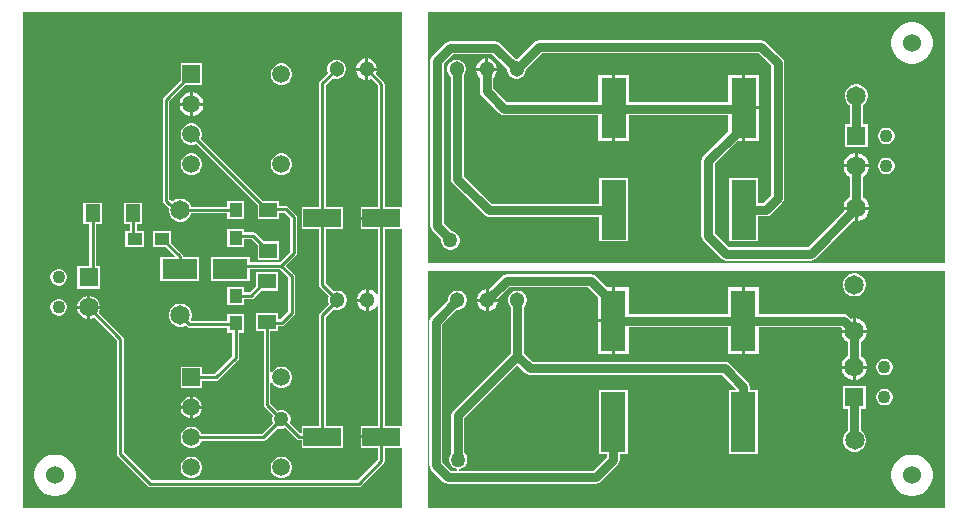
<source format=gbr>
%TF.GenerationSoftware,Altium Limited,Altium Designer,23.2.1 (34)*%
G04 Layer_Physical_Order=1*
G04 Layer_Color=255*
%FSLAX45Y45*%
%MOMM*%
%TF.SameCoordinates,3015DBAE-21F6-41EF-B07E-3AD50EAB7A3F*%
%TF.FilePolarity,Positive*%
%TF.FileFunction,Copper,L1,Top,Signal*%
%TF.Part,Single*%
G01*
G75*
%TA.AperFunction,SMDPad,CuDef*%
%ADD10R,3.20000X1.60000*%
%ADD11R,2.15000X5.10000*%
%ADD12R,2.95000X1.70000*%
%ADD13R,1.09220X1.24460*%
%ADD14R,1.50000X1.25000*%
%ADD15R,1.24460X1.09220*%
%ADD16R,1.25000X1.50000*%
%TA.AperFunction,Conductor*%
%ADD17C,0.25400*%
%ADD18C,0.80000*%
%ADD19C,0.50000*%
%TA.AperFunction,ComponentPad*%
%ADD20C,1.30300*%
%ADD21C,1.65000*%
%ADD22R,1.65000X1.65000*%
%ADD23C,1.10000*%
%TA.AperFunction,WasherPad*%
%ADD24C,1.52400*%
%TA.AperFunction,ComponentPad*%
%ADD25C,1.51800*%
%ADD26R,1.51800X1.51800*%
%TA.AperFunction,ViaPad*%
%ADD27C,1.27000*%
G36*
X3208000Y2548000D02*
X3062243D01*
Y3587499D01*
X3062243Y3587500D01*
X3060093Y3598308D01*
X3053971Y3607471D01*
X3053970Y3607472D01*
X2988907Y3672535D01*
X2992379Y3678549D01*
X2998341Y3700800D01*
X2920700D01*
Y3623159D01*
X2942951Y3629121D01*
X2948966Y3632593D01*
X3005757Y3575802D01*
Y2548000D01*
X2859000D01*
Y2465700D01*
X3034000D01*
Y2440300D01*
X2859000D01*
Y2358000D01*
X3005757D01*
Y1809536D01*
X2993057Y1806133D01*
X2988458Y1814099D01*
X2971599Y1830958D01*
X2950951Y1842879D01*
X2928700Y1848841D01*
Y1758500D01*
Y1668159D01*
X2950951Y1674121D01*
X2971599Y1686042D01*
X2988458Y1702901D01*
X2993057Y1710867D01*
X3005757Y1707463D01*
Y694100D01*
X2859000D01*
Y611800D01*
X3034000D01*
Y586400D01*
X2859000D01*
Y504100D01*
X3005757D01*
Y407698D01*
X2831302Y233243D01*
X1088699D01*
X853243Y468699D01*
Y1428000D01*
X851093Y1438808D01*
X844971Y1447970D01*
X844970Y1447971D01*
X641994Y1650947D01*
X646855Y1659366D01*
X653500Y1684164D01*
Y1684300D01*
X568700D01*
Y1599500D01*
X568836D01*
X593634Y1606145D01*
X602053Y1611005D01*
X796757Y1416301D01*
Y457001D01*
X796757Y457000D01*
X798907Y446192D01*
X805029Y437029D01*
X1057029Y185029D01*
X1066192Y178907D01*
X1077000Y176757D01*
X1077001Y176757D01*
X2842999D01*
X2843000Y176757D01*
X2853809Y178907D01*
X2862971Y185029D01*
X3053971Y376029D01*
X3060093Y385192D01*
X3062243Y396000D01*
X3062243Y396001D01*
Y504100D01*
X3208000D01*
Y1000D01*
X0D01*
Y4193000D01*
X3208000D01*
Y2548000D01*
D02*
G37*
G36*
Y694100D02*
X3062243D01*
Y2358000D01*
X3208000D01*
Y694100D01*
D02*
G37*
G36*
X7806000Y1000D02*
X3426000D01*
Y2008000D01*
X7806000D01*
Y1000D01*
D02*
G37*
G36*
Y2068000D02*
X3428000D01*
Y4193000D01*
X7806000D01*
Y2068000D01*
D02*
G37*
%LPC*%
G36*
X2920700Y3803841D02*
Y3726200D01*
X2998341D01*
X2992379Y3748451D01*
X2980458Y3769099D01*
X2963599Y3785958D01*
X2942951Y3797879D01*
X2920700Y3803841D01*
D02*
G37*
G36*
X2895300D02*
X2873049Y3797879D01*
X2852401Y3785958D01*
X2835542Y3769099D01*
X2823621Y3748451D01*
X2817659Y3726200D01*
X2895300D01*
Y3803841D01*
D02*
G37*
G36*
X2664552Y3793650D02*
X2643448D01*
X2623064Y3788188D01*
X2604787Y3777636D01*
X2589864Y3762713D01*
X2579312Y3744437D01*
X2573850Y3724052D01*
Y3702948D01*
X2579312Y3682563D01*
X2580707Y3680148D01*
X2514029Y3613471D01*
X2507907Y3604308D01*
X2505757Y3593500D01*
X2505757Y3593499D01*
Y2548000D01*
X2359000D01*
Y2358000D01*
X2505757D01*
Y1886502D01*
X2505757Y1886500D01*
X2507907Y1875692D01*
X2514029Y1866530D01*
X2588707Y1791852D01*
X2587312Y1789437D01*
X2581850Y1769052D01*
Y1747948D01*
X2587312Y1727563D01*
X2588707Y1725148D01*
X2514029Y1650470D01*
X2507907Y1641308D01*
X2505757Y1630500D01*
X2505757Y1630498D01*
Y694100D01*
X2359000D01*
Y632892D01*
X2346300Y629641D01*
X2259086Y716856D01*
X2260151Y718700D01*
X2265500Y738665D01*
Y759335D01*
X2260151Y779300D01*
X2249816Y797200D01*
X2235200Y811816D01*
X2217300Y822151D01*
X2197335Y827500D01*
X2176665D01*
X2156700Y822151D01*
X2154856Y821086D01*
X2093243Y882699D01*
Y1058192D01*
X2105943Y1061596D01*
X2114262Y1047186D01*
X2131186Y1030262D01*
X2151914Y1018295D01*
X2175033Y1012100D01*
X2198967D01*
X2222086Y1018295D01*
X2242814Y1030262D01*
X2259738Y1047186D01*
X2271705Y1067914D01*
X2277900Y1091033D01*
Y1114967D01*
X2271705Y1138086D01*
X2259738Y1158814D01*
X2242814Y1175738D01*
X2222086Y1187705D01*
X2198967Y1193900D01*
X2175033D01*
X2151914Y1187705D01*
X2131186Y1175738D01*
X2114262Y1158814D01*
X2105943Y1144405D01*
X2093243Y1147808D01*
Y1493000D01*
X2155000D01*
Y1539239D01*
X2190481D01*
X2190482Y1539239D01*
X2201290Y1541389D01*
X2210453Y1547511D01*
X2294971Y1632030D01*
X2301093Y1641192D01*
X2303243Y1652000D01*
Y1959999D01*
X2303243Y1960000D01*
X2301093Y1970808D01*
X2294971Y1979971D01*
X2294970Y1979971D01*
X2224942Y2050000D01*
X2310971Y2136029D01*
X2317093Y2145192D01*
X2319243Y2156000D01*
X2319243Y2156001D01*
Y2460999D01*
X2319243Y2461000D01*
X2317093Y2471808D01*
X2310971Y2480971D01*
X2310970Y2480971D01*
X2246712Y2545229D01*
X2237550Y2551352D01*
X2226742Y2553502D01*
X2226740Y2553501D01*
X2166000D01*
Y2600000D01*
X2028941D01*
X1507163Y3121779D01*
X1510705Y3127914D01*
X1516900Y3151033D01*
Y3174967D01*
X1510705Y3198086D01*
X1498738Y3218814D01*
X1481814Y3235738D01*
X1461086Y3247705D01*
X1437967Y3253900D01*
X1414033D01*
X1390914Y3247705D01*
X1370186Y3235738D01*
X1353262Y3218814D01*
X1341295Y3198086D01*
X1335100Y3174967D01*
Y3151033D01*
X1341295Y3127914D01*
X1353262Y3107186D01*
X1370186Y3090262D01*
X1390914Y3078295D01*
X1414033Y3072100D01*
X1437967D01*
X1461086Y3078295D01*
X1467222Y3081837D01*
X1986000Y2563059D01*
Y2445000D01*
X2166000D01*
Y2497016D01*
X2215043D01*
X2262757Y2449301D01*
Y2167699D01*
X2173301Y2078243D01*
X1917500D01*
Y2122000D01*
X1592500D01*
Y1922000D01*
X1917500D01*
Y2021757D01*
X2173301D01*
X2246758Y1948301D01*
Y1663699D01*
X2178783Y1595725D01*
X2155000D01*
Y1648000D01*
X1975000D01*
Y1493000D01*
X2036757D01*
Y871001D01*
X2036757Y871000D01*
X2038907Y860192D01*
X2045029Y851029D01*
X2114914Y781144D01*
X2113850Y779300D01*
X2108500Y759335D01*
Y738665D01*
X2113850Y718700D01*
X2114914Y716856D01*
X2021302Y623243D01*
X1511539D01*
X1509705Y630086D01*
X1497738Y650814D01*
X1480814Y667738D01*
X1460086Y679705D01*
X1436967Y685900D01*
X1413033D01*
X1389914Y679705D01*
X1369186Y667738D01*
X1352262Y650814D01*
X1340295Y630086D01*
X1334100Y606967D01*
Y583033D01*
X1340295Y559914D01*
X1352262Y539186D01*
X1369186Y522262D01*
X1389914Y510295D01*
X1413033Y504100D01*
X1436967D01*
X1460086Y510295D01*
X1480814Y522262D01*
X1497738Y539186D01*
X1509705Y559914D01*
X1511539Y566757D01*
X2032999D01*
X2033000Y566757D01*
X2043808Y568907D01*
X2052971Y575029D01*
X2154856Y676914D01*
X2156700Y675850D01*
X2176665Y670500D01*
X2197335D01*
X2217300Y675850D01*
X2219144Y676914D01*
X2316929Y579130D01*
X2316930Y579129D01*
X2326092Y573007D01*
X2336900Y570857D01*
X2359000D01*
Y504100D01*
X2709000D01*
Y694100D01*
X2562243D01*
Y1618801D01*
X2628648Y1685206D01*
X2631064Y1683812D01*
X2651448Y1678350D01*
X2672552D01*
X2692937Y1683812D01*
X2711214Y1694364D01*
X2726136Y1709287D01*
X2736688Y1727563D01*
X2742150Y1747948D01*
Y1769052D01*
X2736688Y1789437D01*
X2726136Y1807713D01*
X2711214Y1822636D01*
X2692937Y1833188D01*
X2672552Y1838650D01*
X2651448D01*
X2631064Y1833188D01*
X2628649Y1831793D01*
X2562243Y1898199D01*
Y2358000D01*
X2709000D01*
Y2548000D01*
X2562243D01*
Y3581801D01*
X2620648Y3640207D01*
X2623064Y3638812D01*
X2643448Y3633350D01*
X2664552D01*
X2684937Y3638812D01*
X2703214Y3649364D01*
X2718136Y3664287D01*
X2728688Y3682563D01*
X2734150Y3702948D01*
Y3724052D01*
X2728688Y3744437D01*
X2718136Y3762713D01*
X2703214Y3777636D01*
X2684937Y3788188D01*
X2664552Y3793650D01*
D02*
G37*
G36*
X2895300Y3700800D02*
X2817659D01*
X2823621Y3678549D01*
X2835542Y3657901D01*
X2852401Y3641042D01*
X2873049Y3629121D01*
X2895300Y3623159D01*
Y3700800D01*
D02*
G37*
G36*
X2199967Y3761900D02*
X2176033D01*
X2152914Y3755705D01*
X2132186Y3743738D01*
X2115262Y3726814D01*
X2103295Y3706086D01*
X2097100Y3682967D01*
Y3659033D01*
X2103295Y3635914D01*
X2115262Y3615186D01*
X2132186Y3598262D01*
X2152914Y3586295D01*
X2176033Y3580100D01*
X2199967D01*
X2223086Y3586295D01*
X2243814Y3598262D01*
X2260738Y3615186D01*
X2272705Y3635914D01*
X2278900Y3659033D01*
Y3682967D01*
X2272705Y3706086D01*
X2260738Y3726814D01*
X2243814Y3743738D01*
X2223086Y3755705D01*
X2199967Y3761900D01*
D02*
G37*
G36*
X1439336Y3518300D02*
X1438700D01*
Y3429700D01*
X1527300D01*
Y3430336D01*
X1520397Y3456100D01*
X1507060Y3479200D01*
X1488200Y3498060D01*
X1465100Y3511397D01*
X1439336Y3518300D01*
D02*
G37*
G36*
X1413300D02*
X1412664D01*
X1386900Y3511397D01*
X1363801Y3498060D01*
X1344940Y3479200D01*
X1331604Y3456100D01*
X1324700Y3430336D01*
Y3429700D01*
X1413300D01*
Y3518300D01*
D02*
G37*
G36*
X1527300Y3404300D02*
X1438700D01*
Y3315700D01*
X1439336D01*
X1465100Y3322603D01*
X1488200Y3335940D01*
X1507060Y3354801D01*
X1520397Y3377900D01*
X1527300Y3403664D01*
Y3404300D01*
D02*
G37*
G36*
X1413300D02*
X1324700D01*
Y3403664D01*
X1331604Y3377900D01*
X1344940Y3354801D01*
X1363801Y3335940D01*
X1386900Y3322603D01*
X1412664Y3315700D01*
X1413300D01*
Y3404300D01*
D02*
G37*
G36*
X2199967Y2999900D02*
X2176033D01*
X2152914Y2993705D01*
X2132186Y2981738D01*
X2115262Y2964814D01*
X2103295Y2944086D01*
X2097100Y2920967D01*
Y2897033D01*
X2103295Y2873914D01*
X2115262Y2853186D01*
X2132186Y2836262D01*
X2152914Y2824295D01*
X2176033Y2818100D01*
X2199967D01*
X2223086Y2824295D01*
X2243814Y2836262D01*
X2260738Y2853186D01*
X2272705Y2873914D01*
X2278900Y2897033D01*
Y2920967D01*
X2272705Y2944086D01*
X2260738Y2964814D01*
X2243814Y2981738D01*
X2223086Y2993705D01*
X2199967Y2999900D01*
D02*
G37*
G36*
X1437967D02*
X1414033D01*
X1390914Y2993705D01*
X1370186Y2981738D01*
X1353262Y2964814D01*
X1341295Y2944086D01*
X1335100Y2920967D01*
Y2897033D01*
X1341295Y2873914D01*
X1353262Y2853186D01*
X1370186Y2836262D01*
X1390914Y2824295D01*
X1414033Y2818100D01*
X1437967D01*
X1461086Y2824295D01*
X1481814Y2836262D01*
X1498738Y2853186D01*
X1510705Y2873914D01*
X1516900Y2897033D01*
Y2920967D01*
X1510705Y2944086D01*
X1498738Y2964814D01*
X1481814Y2981738D01*
X1461086Y2993705D01*
X1437967Y2999900D01*
D02*
G37*
G36*
X1516900Y3761900D02*
X1335100D01*
Y3620041D01*
X1190029Y3474971D01*
X1183907Y3465808D01*
X1181757Y3455000D01*
X1181757Y3454999D01*
Y2599682D01*
X1181757Y2599681D01*
X1183907Y2588873D01*
X1190029Y2579710D01*
X1214292Y2555448D01*
X1214293Y2555447D01*
X1223456Y2549325D01*
X1226032Y2548812D01*
X1235968Y2538876D01*
X1234500Y2533397D01*
Y2507724D01*
X1241145Y2482927D01*
X1253981Y2460694D01*
X1272134Y2442541D01*
X1294366Y2429705D01*
X1319164Y2423061D01*
X1344836D01*
X1369634Y2429705D01*
X1391866Y2442541D01*
X1410020Y2460694D01*
X1422855Y2482927D01*
X1425106Y2491327D01*
X1730390D01*
Y2442340D01*
X1869610D01*
Y2596800D01*
X1730390D01*
Y2547813D01*
X1425637D01*
X1422855Y2558194D01*
X1410020Y2580427D01*
X1391866Y2598580D01*
X1369634Y2611416D01*
X1344836Y2618061D01*
X1319164D01*
X1294366Y2611416D01*
X1272134Y2598580D01*
X1264140Y2590586D01*
X1259338Y2595389D01*
X1250176Y2601511D01*
X1247599Y2602023D01*
X1238243Y2611380D01*
Y3443301D01*
X1375041Y3580100D01*
X1516900D01*
Y3761900D01*
D02*
G37*
G36*
X1011000Y2583000D02*
X856000D01*
Y2403000D01*
X905258D01*
Y2346610D01*
X866700D01*
Y2207390D01*
X1021160D01*
Y2346610D01*
X961743D01*
Y2403000D01*
X1011000D01*
Y2583000D01*
D02*
G37*
G36*
X1869610Y2361800D02*
X1730390D01*
Y2207340D01*
X1869610D01*
Y2275757D01*
X1937802D01*
X1986000Y2227558D01*
Y2100000D01*
X2166000D01*
Y2255000D01*
X2038441D01*
X1969471Y2323971D01*
X1960309Y2330093D01*
X1949500Y2332243D01*
X1949499Y2332243D01*
X1869610D01*
Y2361800D01*
D02*
G37*
G36*
X1256160Y2346610D02*
X1101700D01*
Y2207390D01*
X1208599D01*
X1282255Y2133733D01*
X1277395Y2122000D01*
X1162501D01*
Y1922000D01*
X1487500D01*
Y2122000D01*
X1361389D01*
X1353243Y2130930D01*
X1351093Y2141738D01*
X1344971Y2150900D01*
X1256160Y2239712D01*
Y2346610D01*
D02*
G37*
G36*
X311216Y2021000D02*
X292784D01*
X274981Y2016229D01*
X259019Y2007014D01*
X245986Y1993981D01*
X236770Y1978019D01*
X232000Y1960216D01*
Y1941784D01*
X236770Y1923981D01*
X245986Y1908019D01*
X259019Y1894986D01*
X274981Y1885770D01*
X292784Y1881000D01*
X311216D01*
X329019Y1885770D01*
X344981Y1894986D01*
X358014Y1908019D01*
X367229Y1923981D01*
X372000Y1941784D01*
Y1960216D01*
X367229Y1978019D01*
X358014Y1993981D01*
X344981Y2007014D01*
X329019Y2016229D01*
X311216Y2021000D01*
D02*
G37*
G36*
X666000Y2583000D02*
X511000D01*
Y2403000D01*
X560257D01*
Y2048500D01*
X458500D01*
Y1853500D01*
X653500D01*
Y2048500D01*
X616743D01*
Y2403000D01*
X666000D01*
Y2583000D01*
D02*
G37*
G36*
X2155000Y1993000D02*
X1975000D01*
Y1877942D01*
X1920371Y1823313D01*
X1869610D01*
Y1872300D01*
X1730390D01*
Y1717840D01*
X1869610D01*
Y1766827D01*
X1932069D01*
X1932070Y1766827D01*
X1942878Y1768977D01*
X1952041Y1775099D01*
X2014942Y1838000D01*
X2155000D01*
Y1993000D01*
D02*
G37*
G36*
X2903300Y1848841D02*
X2881049Y1842879D01*
X2860401Y1830958D01*
X2843542Y1814099D01*
X2831621Y1793451D01*
X2825659Y1771200D01*
X2903300D01*
Y1848841D01*
D02*
G37*
G36*
X568836Y1794500D02*
X568700D01*
Y1709700D01*
X653500D01*
Y1709836D01*
X646855Y1734634D01*
X634019Y1756866D01*
X615866Y1775019D01*
X593634Y1787855D01*
X568836Y1794500D01*
D02*
G37*
G36*
X543300D02*
X543164D01*
X518366Y1787855D01*
X496134Y1775019D01*
X477981Y1756866D01*
X465145Y1734634D01*
X458500Y1709836D01*
Y1709700D01*
X543300D01*
Y1794500D01*
D02*
G37*
G36*
X2903300Y1745800D02*
X2825659D01*
X2831621Y1723549D01*
X2843542Y1702901D01*
X2860401Y1686042D01*
X2881049Y1674121D01*
X2903300Y1668159D01*
Y1745800D01*
D02*
G37*
G36*
X311216Y1767000D02*
X292784D01*
X274981Y1762229D01*
X259019Y1753014D01*
X245986Y1739981D01*
X236770Y1724019D01*
X232000Y1706216D01*
Y1687784D01*
X236770Y1669981D01*
X245986Y1654019D01*
X259019Y1640986D01*
X274981Y1631770D01*
X292784Y1627000D01*
X311216D01*
X329019Y1631770D01*
X344981Y1640986D01*
X358014Y1654019D01*
X367229Y1669981D01*
X372000Y1687784D01*
Y1706216D01*
X367229Y1724019D01*
X358014Y1739981D01*
X344981Y1753014D01*
X329019Y1762229D01*
X311216Y1767000D01*
D02*
G37*
G36*
X543300Y1684300D02*
X458500D01*
Y1684164D01*
X465145Y1659366D01*
X477981Y1637134D01*
X496134Y1618981D01*
X518366Y1606145D01*
X543164Y1599500D01*
X543300D01*
Y1684300D01*
D02*
G37*
G36*
X1344836Y1727500D02*
X1319164D01*
X1294366Y1720855D01*
X1272134Y1708019D01*
X1253981Y1689866D01*
X1241145Y1667634D01*
X1234500Y1642836D01*
Y1617164D01*
X1241145Y1592366D01*
X1253981Y1570134D01*
X1272134Y1551981D01*
X1294366Y1539145D01*
X1319164Y1532500D01*
X1344836D01*
X1369634Y1539145D01*
X1378053Y1544006D01*
X1389029Y1533029D01*
X1398192Y1526907D01*
X1409000Y1524757D01*
X1409001Y1524757D01*
X1730390D01*
Y1482840D01*
X1771757D01*
Y1282699D01*
X1620302Y1131243D01*
X1515900D01*
Y1193900D01*
X1334100D01*
Y1012100D01*
X1515900D01*
Y1074757D01*
X1631999D01*
X1632000Y1074757D01*
X1642808Y1076907D01*
X1651971Y1083029D01*
X1819971Y1251029D01*
X1826093Y1260192D01*
X1828243Y1271000D01*
X1828243Y1271001D01*
Y1482840D01*
X1869610D01*
Y1637300D01*
X1730390D01*
Y1581243D01*
X1431098D01*
X1425063Y1589387D01*
X1423278Y1593943D01*
X1429500Y1617164D01*
Y1642836D01*
X1422855Y1667634D01*
X1410020Y1689866D01*
X1391866Y1708019D01*
X1369634Y1720855D01*
X1344836Y1727500D01*
D02*
G37*
G36*
X1437700Y939704D02*
Y861700D01*
X1515704D01*
X1509705Y884086D01*
X1497738Y904814D01*
X1480814Y921738D01*
X1460086Y933705D01*
X1437700Y939704D01*
D02*
G37*
G36*
X1412300D02*
X1389914Y933705D01*
X1369186Y921738D01*
X1352262Y904814D01*
X1340295Y884086D01*
X1334297Y861700D01*
X1412300D01*
Y939704D01*
D02*
G37*
G36*
X1515704Y836300D02*
X1437700D01*
Y758296D01*
X1460086Y764295D01*
X1480814Y776262D01*
X1497738Y793186D01*
X1509705Y813914D01*
X1515704Y836300D01*
D02*
G37*
G36*
X1412300D02*
X1334297D01*
X1340295Y813914D01*
X1352262Y793186D01*
X1369186Y776262D01*
X1389914Y764295D01*
X1412300Y758296D01*
Y836300D01*
D02*
G37*
G36*
X2198967Y431900D02*
X2175033D01*
X2151914Y425705D01*
X2131186Y413738D01*
X2114262Y396814D01*
X2102295Y376086D01*
X2096100Y352967D01*
Y329033D01*
X2102295Y305914D01*
X2114262Y285186D01*
X2131186Y268262D01*
X2151914Y256295D01*
X2175033Y250100D01*
X2198967D01*
X2222086Y256295D01*
X2242814Y268262D01*
X2259738Y285186D01*
X2271705Y305914D01*
X2277900Y329033D01*
Y352967D01*
X2271705Y376086D01*
X2259738Y396814D01*
X2242814Y413738D01*
X2222086Y425705D01*
X2198967Y431900D01*
D02*
G37*
G36*
X1436967D02*
X1413033D01*
X1389914Y425705D01*
X1369186Y413738D01*
X1352262Y396814D01*
X1340295Y376086D01*
X1334100Y352967D01*
Y329033D01*
X1340295Y305914D01*
X1352262Y285186D01*
X1369186Y268262D01*
X1389914Y256295D01*
X1413033Y250100D01*
X1436967D01*
X1460086Y256295D01*
X1480814Y268262D01*
X1497738Y285186D01*
X1509705Y305914D01*
X1515900Y329033D01*
Y352967D01*
X1509705Y376086D01*
X1497738Y396814D01*
X1480814Y413738D01*
X1460086Y425705D01*
X1436967Y431900D01*
D02*
G37*
G36*
X287236Y450000D02*
X252764D01*
X218954Y443275D01*
X187106Y430083D01*
X158444Y410931D01*
X134069Y386556D01*
X114917Y357894D01*
X101725Y326046D01*
X95000Y292236D01*
Y257764D01*
X101725Y223954D01*
X114917Y192106D01*
X134069Y163444D01*
X158444Y139069D01*
X187106Y119917D01*
X218954Y106725D01*
X252764Y100000D01*
X287236D01*
X321046Y106725D01*
X352894Y119917D01*
X381556Y139069D01*
X405931Y163444D01*
X425083Y192106D01*
X438275Y223954D01*
X445000Y257764D01*
Y292236D01*
X438275Y326046D01*
X425083Y357894D01*
X405931Y386556D01*
X381556Y410931D01*
X352894Y430083D01*
X321046Y443275D01*
X287236Y450000D01*
D02*
G37*
G36*
X7050817Y1984634D02*
X7025144D01*
X7000347Y1977989D01*
X6978114Y1965153D01*
X6959961Y1947000D01*
X6947125Y1924767D01*
X6940481Y1899970D01*
Y1874297D01*
X6947125Y1849500D01*
X6959961Y1827267D01*
X6978114Y1809114D01*
X7000347Y1796278D01*
X7025144Y1789634D01*
X7050817D01*
X7075614Y1796278D01*
X7097847Y1809114D01*
X7116000Y1827267D01*
X7128836Y1849500D01*
X7135481Y1874297D01*
Y1899970D01*
X7128836Y1924767D01*
X7116000Y1947000D01*
X7097847Y1965153D01*
X7075614Y1977989D01*
X7050817Y1984634D01*
D02*
G37*
G36*
X3919300Y1848841D02*
X3897049Y1842879D01*
X3876401Y1830958D01*
X3859542Y1814099D01*
X3847621Y1793451D01*
X3841659Y1771200D01*
X3919300D01*
Y1848841D01*
D02*
G37*
G36*
X4022341Y1745800D02*
X3944700D01*
Y1668159D01*
X3966951Y1674121D01*
X3987599Y1686042D01*
X4004458Y1702901D01*
X4016379Y1723549D01*
X4022341Y1745800D01*
D02*
G37*
G36*
X3919300D02*
X3841659D01*
X3847621Y1723549D01*
X3859542Y1702901D01*
X3876401Y1686042D01*
X3897049Y1674121D01*
X3919300Y1668159D01*
Y1745800D01*
D02*
G37*
G36*
X6085300Y1865400D02*
X5965100D01*
Y1641077D01*
X5130900D01*
Y1865400D01*
X5010700D01*
Y1585000D01*
Y1304600D01*
X5130900D01*
Y1528922D01*
X5965100D01*
Y1304600D01*
X6085300D01*
Y1585000D01*
Y1865400D01*
D02*
G37*
G36*
X4809500Y1977077D02*
X4094500D01*
X4073040Y1972809D01*
X4054848Y1960653D01*
X3944700Y1850505D01*
Y1771200D01*
X4024006D01*
X4117728Y1864923D01*
X4786272D01*
X4865100Y1786094D01*
Y1597700D01*
X4985300D01*
Y1865400D01*
X4944405D01*
X4849152Y1960653D01*
X4830960Y1972809D01*
X4809500Y1977077D01*
D02*
G37*
G36*
X7052186Y1604034D02*
X7050681D01*
Y1508834D01*
X7145881D01*
Y1510339D01*
X7138528Y1537782D01*
X7124322Y1562386D01*
X7104233Y1582475D01*
X7079628Y1596681D01*
X7052186Y1604034D01*
D02*
G37*
G36*
X6230900Y1865400D02*
X6110700D01*
Y1585000D01*
Y1304600D01*
X6230900D01*
Y1528922D01*
X6924079D01*
X6932440Y1519142D01*
X6930081Y1510339D01*
Y1508834D01*
X7025281D01*
Y1604034D01*
X7023775D01*
X7012035Y1600888D01*
X6988271Y1624652D01*
X6970078Y1636808D01*
X6948618Y1641077D01*
X6230900D01*
Y1865400D01*
D02*
G37*
G36*
X4985300Y1572300D02*
X4865100D01*
Y1304600D01*
X4985300D01*
Y1572300D01*
D02*
G37*
G36*
X7145881Y1483434D02*
X6930081D01*
Y1481928D01*
X6937434Y1454486D01*
X6951639Y1429882D01*
X6971729Y1409792D01*
X6981903Y1403918D01*
Y1282349D01*
X6971729Y1276475D01*
X6951639Y1256386D01*
X6937434Y1231781D01*
X6930081Y1204339D01*
Y1202833D01*
X7037981D01*
X7145881D01*
Y1204339D01*
X7138528Y1231781D01*
X7124322Y1256386D01*
X7104233Y1276475D01*
X7094058Y1282349D01*
Y1403918D01*
X7104233Y1409792D01*
X7124322Y1429882D01*
X7138528Y1454486D01*
X7145881Y1481928D01*
Y1483434D01*
D02*
G37*
G36*
X7301196Y1260133D02*
X7282765D01*
X7264962Y1255363D01*
X7249000Y1246147D01*
X7235967Y1233114D01*
X7226751Y1217153D01*
X7221981Y1199349D01*
Y1180918D01*
X7226751Y1163115D01*
X7235967Y1147153D01*
X7249000Y1134120D01*
X7264962Y1124904D01*
X7282765Y1120134D01*
X7301196D01*
X7319000Y1124904D01*
X7334961Y1134120D01*
X7347994Y1147153D01*
X7357210Y1163115D01*
X7361980Y1180918D01*
Y1199349D01*
X7357210Y1217153D01*
X7347994Y1233114D01*
X7334961Y1246147D01*
X7319000Y1255363D01*
X7301196Y1260133D01*
D02*
G37*
G36*
X7145881Y1177433D02*
X7050681D01*
Y1082234D01*
X7052186D01*
X7079628Y1089587D01*
X7104233Y1103792D01*
X7124322Y1123881D01*
X7138528Y1148486D01*
X7145881Y1175928D01*
Y1177433D01*
D02*
G37*
G36*
X7025281D02*
X6930081D01*
Y1175928D01*
X6937434Y1148486D01*
X6951639Y1123881D01*
X6971729Y1103792D01*
X6996333Y1089587D01*
X7023775Y1082234D01*
X7025281D01*
Y1177433D01*
D02*
G37*
G36*
X7301196Y1006133D02*
X7282765D01*
X7264962Y1001363D01*
X7249000Y992147D01*
X7235967Y979114D01*
X7226751Y963153D01*
X7221981Y945349D01*
Y926918D01*
X7226751Y909115D01*
X7235967Y893153D01*
X7249000Y880120D01*
X7264962Y870904D01*
X7282765Y866134D01*
X7301196D01*
X7319000Y870904D01*
X7334961Y880120D01*
X7347994Y893153D01*
X7357210Y909115D01*
X7361980Y926918D01*
Y945349D01*
X7357210Y963153D01*
X7347994Y979114D01*
X7334961Y992147D01*
X7319000Y1001363D01*
X7301196Y1006133D01*
D02*
G37*
G36*
X7135481Y1033633D02*
X6940481D01*
Y838634D01*
X6982903D01*
Y651763D01*
X6980114Y650153D01*
X6961961Y632000D01*
X6949125Y609767D01*
X6942481Y584970D01*
Y559298D01*
X6949125Y534500D01*
X6961961Y512267D01*
X6980114Y494114D01*
X7002347Y481278D01*
X7027144Y474634D01*
X7052817D01*
X7077614Y481278D01*
X7099847Y494114D01*
X7118000Y512267D01*
X7130836Y534500D01*
X7137481Y559298D01*
Y584970D01*
X7130836Y609767D01*
X7118000Y632000D01*
X7099847Y650153D01*
X7095058Y652918D01*
Y838634D01*
X7135481D01*
Y1033633D01*
D02*
G37*
G36*
X4196552Y1838650D02*
X4175448D01*
X4155064Y1833188D01*
X4136787Y1822636D01*
X4121864Y1807713D01*
X4111312Y1789437D01*
X4105850Y1769052D01*
Y1747948D01*
X4111312Y1727563D01*
X4121864Y1709287D01*
X4129923Y1701228D01*
Y1311228D01*
X3641348Y822653D01*
X3629192Y804460D01*
X3624923Y783000D01*
Y457939D01*
X3621185Y454200D01*
X3610850Y436300D01*
X3605500Y416335D01*
Y395665D01*
X3610850Y375700D01*
X3621185Y357800D01*
X3635800Y343184D01*
X3653700Y332849D01*
X3673665Y327500D01*
X3672996Y315077D01*
X3622228D01*
X3551077Y386228D01*
Y1552272D01*
X3677156Y1678350D01*
X3688552D01*
X3708937Y1683812D01*
X3727214Y1694364D01*
X3742136Y1709287D01*
X3752688Y1727563D01*
X3758150Y1747948D01*
Y1769052D01*
X3752688Y1789437D01*
X3742136Y1807713D01*
X3727214Y1822636D01*
X3708937Y1833188D01*
X3688552Y1838650D01*
X3667448D01*
X3647064Y1833188D01*
X3628787Y1822636D01*
X3613864Y1807713D01*
X3603312Y1789437D01*
X3597850Y1769052D01*
Y1757655D01*
X3455347Y1615152D01*
X3443191Y1596960D01*
X3438923Y1575500D01*
Y363000D01*
X3443191Y341540D01*
X3455347Y323348D01*
X3559348Y219347D01*
X3577540Y207191D01*
X3599000Y202923D01*
X4850000D01*
X4871460Y207191D01*
X4889653Y219347D01*
X5037653Y367347D01*
X5049809Y385540D01*
X5054078Y407000D01*
Y455000D01*
X5120500D01*
Y995000D01*
X4875500D01*
Y455000D01*
X4941923D01*
Y430228D01*
X4826772Y315077D01*
X3695005D01*
X3694335Y327500D01*
X3714300Y332849D01*
X3732200Y343184D01*
X3746816Y357800D01*
X3757151Y375700D01*
X3762500Y395665D01*
Y416335D01*
X3757151Y436300D01*
X3746816Y454200D01*
X3737078Y463938D01*
Y759772D01*
X4186000Y1208694D01*
X4252347Y1142347D01*
X4270540Y1130191D01*
X4292000Y1125923D01*
X5917612D01*
X6035835Y1007700D01*
X6030574Y995000D01*
X5975500D01*
Y455000D01*
X6220500D01*
Y995000D01*
X6153207D01*
Y1025710D01*
X6148938Y1047170D01*
X6136782Y1065363D01*
X5980492Y1221653D01*
X5962300Y1233809D01*
X5940840Y1238077D01*
X4315228D01*
X4242078Y1311228D01*
Y1701228D01*
X4250136Y1709287D01*
X4260688Y1727563D01*
X4266150Y1747948D01*
Y1769052D01*
X4260688Y1789437D01*
X4250136Y1807713D01*
X4235214Y1822636D01*
X4216937Y1833188D01*
X4196552Y1838650D01*
D02*
G37*
G36*
X7544236Y450000D02*
X7509764D01*
X7475954Y443275D01*
X7444106Y430083D01*
X7415444Y410931D01*
X7391069Y386556D01*
X7371917Y357894D01*
X7358725Y326046D01*
X7352000Y292236D01*
Y257764D01*
X7358725Y223954D01*
X7371917Y192106D01*
X7391069Y163444D01*
X7415444Y139069D01*
X7444106Y119917D01*
X7475954Y106725D01*
X7509764Y100000D01*
X7544236D01*
X7578046Y106725D01*
X7609894Y119917D01*
X7638556Y139069D01*
X7662931Y163444D01*
X7682083Y192106D01*
X7695275Y223954D01*
X7702000Y257764D01*
Y292236D01*
X7695275Y326046D01*
X7682083Y357894D01*
X7662931Y386556D01*
X7638556Y410931D01*
X7609894Y430083D01*
X7578046Y443275D01*
X7544236Y450000D01*
D02*
G37*
G36*
X6251000Y3960077D02*
X4368500D01*
X4347040Y3955809D01*
X4328848Y3943653D01*
X4178845Y3793650D01*
X4177156D01*
X4037153Y3933653D01*
X4018960Y3945809D01*
X3997500Y3950077D01*
X3616660D01*
X3595200Y3945809D01*
X3577007Y3933653D01*
X3465347Y3821993D01*
X3453191Y3803800D01*
X3448923Y3782340D01*
Y2388718D01*
X3453191Y2367258D01*
X3465347Y2349065D01*
X3538834Y2275579D01*
X3538500Y2274335D01*
Y2253665D01*
X3543850Y2233700D01*
X3554184Y2215800D01*
X3568800Y2201184D01*
X3586700Y2190850D01*
X3606665Y2185500D01*
X3627335D01*
X3647300Y2190850D01*
X3665200Y2201184D01*
X3679816Y2215800D01*
X3690151Y2233700D01*
X3695500Y2253665D01*
Y2274335D01*
X3690151Y2294300D01*
X3679816Y2312200D01*
X3665200Y2326816D01*
X3647300Y2337151D01*
X3631691Y2341333D01*
X3561077Y2411946D01*
Y3759112D01*
X3639888Y3837923D01*
X3974272D01*
X4097850Y3714345D01*
Y3702948D01*
X4103312Y3682563D01*
X4113864Y3664287D01*
X4128787Y3649364D01*
X4147064Y3638812D01*
X4167448Y3633350D01*
X4188552D01*
X4208937Y3638812D01*
X4227214Y3649364D01*
X4242136Y3664287D01*
X4252688Y3682563D01*
X4258150Y3702948D01*
Y3714345D01*
X4391728Y3847923D01*
X6227772D01*
X6331923Y3743772D01*
Y2646228D01*
X6266772Y2581078D01*
X6222500D01*
Y2795000D01*
X5977500D01*
Y2255000D01*
X6222500D01*
Y2468923D01*
X6290000D01*
X6311460Y2473192D01*
X6329653Y2485348D01*
X6427653Y2583347D01*
X6439809Y2601540D01*
X6444077Y2623000D01*
Y3767000D01*
X6439809Y3788460D01*
X6427653Y3806653D01*
X6290653Y3943653D01*
X6272460Y3955809D01*
X6251000Y3960077D01*
D02*
G37*
G36*
X7544236Y4111000D02*
X7509764D01*
X7475954Y4104275D01*
X7444106Y4091083D01*
X7415444Y4071931D01*
X7391069Y4047556D01*
X7371917Y4018894D01*
X7358725Y3987046D01*
X7352000Y3953236D01*
Y3918764D01*
X7358725Y3884954D01*
X7371917Y3853106D01*
X7391069Y3824444D01*
X7415444Y3800069D01*
X7444106Y3780917D01*
X7475954Y3767725D01*
X7509764Y3761000D01*
X7544236D01*
X7578046Y3767725D01*
X7609894Y3780917D01*
X7638556Y3800069D01*
X7662931Y3824444D01*
X7682083Y3853106D01*
X7695275Y3884954D01*
X7702000Y3918764D01*
Y3953236D01*
X7695275Y3987046D01*
X7682083Y4018894D01*
X7662931Y4047556D01*
X7638556Y4071931D01*
X7609894Y4091083D01*
X7578046Y4104275D01*
X7544236Y4111000D01*
D02*
G37*
G36*
X3936700Y3803841D02*
Y3726200D01*
X4014341D01*
X4008379Y3748451D01*
X3996458Y3769099D01*
X3979599Y3785958D01*
X3958951Y3797879D01*
X3936700Y3803841D01*
D02*
G37*
G36*
X3911300D02*
X3889049Y3797879D01*
X3868401Y3785958D01*
X3851542Y3769099D01*
X3839621Y3748451D01*
X3833659Y3726200D01*
X3911300D01*
Y3803841D01*
D02*
G37*
G36*
X6087301Y3665400D02*
X5967100D01*
Y3435077D01*
X5132900D01*
Y3665400D01*
X5012700D01*
Y3385001D01*
Y3104600D01*
X5132900D01*
Y3322922D01*
X5967100D01*
Y3181406D01*
X5760347Y2974653D01*
X5748191Y2956460D01*
X5743923Y2935000D01*
Y2304300D01*
X5748191Y2282840D01*
X5760347Y2264647D01*
X5915648Y2109347D01*
X5933841Y2097191D01*
X5955300Y2092923D01*
X6669000D01*
X6690460Y2097191D01*
X6708653Y2109347D01*
X7029446Y2430141D01*
X7040795Y2427100D01*
X7042300D01*
Y2522300D01*
X6947100D01*
Y2520795D01*
X6950141Y2509446D01*
X6645772Y2205077D01*
X5978528D01*
X5856077Y2327528D01*
Y2911772D01*
X6048906Y3104600D01*
X6087301D01*
Y3385000D01*
Y3665400D01*
D02*
G37*
G36*
X6232900D02*
X6112701D01*
Y3397700D01*
X6232900D01*
Y3665400D01*
D02*
G37*
G36*
Y3372300D02*
X6112701D01*
Y3104600D01*
X6232900D01*
Y3372300D01*
D02*
G37*
G36*
X4014341Y3700800D02*
X3833659D01*
X3839621Y3678549D01*
X3851542Y3657901D01*
X3867923Y3641520D01*
Y3528000D01*
X3872192Y3506540D01*
X3884348Y3488347D01*
X4033348Y3339347D01*
X4051540Y3327191D01*
X4073000Y3322922D01*
X4867100D01*
Y3104600D01*
X4987300D01*
Y3385001D01*
Y3665400D01*
X4867100D01*
Y3435077D01*
X4096228D01*
X3980078Y3551228D01*
Y3641520D01*
X3996458Y3657901D01*
X4008379Y3678549D01*
X4014341Y3700800D01*
D02*
G37*
G36*
X7318216Y3219000D02*
X7299784D01*
X7281981Y3214230D01*
X7266019Y3205014D01*
X7252986Y3191981D01*
X7243771Y3176019D01*
X7239000Y3158216D01*
Y3139784D01*
X7243771Y3121981D01*
X7252986Y3106019D01*
X7266019Y3092986D01*
X7281981Y3083771D01*
X7299784Y3079000D01*
X7318216D01*
X7336019Y3083771D01*
X7351981Y3092986D01*
X7365014Y3106019D01*
X7374230Y3121981D01*
X7379000Y3139784D01*
Y3158216D01*
X7374230Y3176019D01*
X7365014Y3191981D01*
X7351981Y3205014D01*
X7336019Y3214230D01*
X7318216Y3219000D01*
D02*
G37*
G36*
X7067836Y3584500D02*
X7042164D01*
X7017366Y3577855D01*
X6995134Y3565019D01*
X6976981Y3546866D01*
X6964145Y3524634D01*
X6957500Y3499836D01*
Y3474164D01*
X6964145Y3449366D01*
X6976981Y3427134D01*
X6995134Y3408980D01*
X6998923Y3406793D01*
Y3246500D01*
X6957500D01*
Y3051500D01*
X7152500D01*
Y3246500D01*
X7111077D01*
Y3406793D01*
X7114866Y3408980D01*
X7133020Y3427134D01*
X7145855Y3449366D01*
X7152500Y3474164D01*
Y3499836D01*
X7145855Y3524634D01*
X7133020Y3546866D01*
X7114866Y3565019D01*
X7092634Y3577855D01*
X7067836Y3584500D01*
D02*
G37*
G36*
X7069205Y3002900D02*
X7067700D01*
Y2907700D01*
X7162900D01*
Y2909205D01*
X7155547Y2936648D01*
X7141342Y2961252D01*
X7121252Y2981342D01*
X7096648Y2995547D01*
X7069205Y3002900D01*
D02*
G37*
G36*
X7042300D02*
X7040795D01*
X7013352Y2995547D01*
X6988748Y2981342D01*
X6968659Y2961252D01*
X6954453Y2936648D01*
X6947100Y2909205D01*
Y2907700D01*
X7042300D01*
Y3002900D01*
D02*
G37*
G36*
X7318216Y2965000D02*
X7299784D01*
X7281981Y2960230D01*
X7266019Y2951014D01*
X7252986Y2937981D01*
X7243771Y2922019D01*
X7239000Y2904216D01*
Y2885784D01*
X7243771Y2867981D01*
X7252986Y2852019D01*
X7266019Y2838986D01*
X7281981Y2829771D01*
X7299784Y2825000D01*
X7318216D01*
X7336019Y2829771D01*
X7351981Y2838986D01*
X7365014Y2852019D01*
X7374230Y2867981D01*
X7379000Y2885784D01*
Y2904216D01*
X7374230Y2922019D01*
X7365014Y2937981D01*
X7351981Y2951014D01*
X7336019Y2960230D01*
X7318216Y2965000D01*
D02*
G37*
G36*
X7162900Y2882300D02*
X7055000D01*
X6947100D01*
Y2880795D01*
X6954453Y2853352D01*
X6968659Y2828748D01*
X6988748Y2808659D01*
X6998923Y2802784D01*
Y2627216D01*
X6988748Y2621341D01*
X6968659Y2601252D01*
X6954453Y2576648D01*
X6947100Y2549205D01*
Y2547700D01*
X7162900D01*
Y2549205D01*
X7155547Y2576648D01*
X7141342Y2601252D01*
X7121252Y2621341D01*
X7111077Y2627216D01*
Y2802784D01*
X7121252Y2808659D01*
X7141342Y2828748D01*
X7155547Y2853352D01*
X7162900Y2880795D01*
Y2882300D01*
D02*
G37*
G36*
Y2522300D02*
X7067700D01*
Y2427100D01*
X7069205D01*
X7096648Y2434453D01*
X7121252Y2448659D01*
X7141342Y2468748D01*
X7155547Y2493352D01*
X7162900Y2520795D01*
Y2522300D01*
D02*
G37*
G36*
X3680552Y3793650D02*
X3659448D01*
X3639064Y3788188D01*
X3620787Y3777636D01*
X3605864Y3762713D01*
X3595312Y3744437D01*
X3589850Y3724052D01*
Y3702948D01*
X3595312Y3682563D01*
X3605864Y3664287D01*
X3620787Y3649364D01*
X3621923Y3648708D01*
Y2786000D01*
X3626192Y2764540D01*
X3638348Y2746347D01*
X3905347Y2479347D01*
X3923540Y2467191D01*
X3945000Y2462923D01*
X4877500D01*
Y2255000D01*
X5122500D01*
Y2795000D01*
X4877500D01*
Y2575077D01*
X3968228D01*
X3734078Y2809228D01*
Y3664228D01*
X3734136Y3664287D01*
X3744688Y3682563D01*
X3750150Y3702948D01*
Y3724052D01*
X3744688Y3744437D01*
X3734136Y3762713D01*
X3719214Y3777636D01*
X3700937Y3788188D01*
X3680552Y3793650D01*
D02*
G37*
%LPD*%
D10*
X3034000Y599100D02*
D03*
X2534000D02*
D03*
X3034000Y2453000D02*
D03*
X2534000D02*
D03*
D11*
X4998000Y725000D02*
D03*
Y1585000D02*
D03*
X6098000D02*
D03*
Y725000D02*
D03*
X6100000Y2525000D02*
D03*
Y3385000D02*
D03*
X5000000Y2525000D02*
D03*
Y3385000D02*
D03*
D12*
X1755000Y2022000D02*
D03*
X1325000D02*
D03*
D13*
X1800000Y2284570D02*
D03*
Y2519570D02*
D03*
Y1795070D02*
D03*
Y1560070D02*
D03*
D14*
X2076000Y2522500D02*
D03*
Y2177500D02*
D03*
X2065000Y1570500D02*
D03*
Y1915500D02*
D03*
D15*
X943930Y2277000D02*
D03*
X1178930D02*
D03*
D16*
X588500Y2493000D02*
D03*
X933500D02*
D03*
D17*
X2534000Y1886500D02*
Y3593500D01*
Y1886500D02*
X2662000Y1758500D01*
X2534000Y1630500D02*
X2662000Y1758500D01*
X2534000Y599100D02*
Y1630500D01*
X1755000Y2022000D02*
X1783000Y2050000D01*
X2185000D01*
X3034000Y599100D02*
Y3587500D01*
X2336900Y599100D02*
X2534000D01*
X3034000Y396000D02*
Y599100D01*
X2843000Y205000D02*
X3034000Y396000D01*
X1077000Y205000D02*
X2843000D01*
X825000Y457000D02*
X1077000Y205000D01*
X825000Y457000D02*
Y1428000D01*
X556000Y1697000D02*
X825000Y1428000D01*
X2187000Y749000D02*
X2336900Y599100D01*
X4998000Y1585000D02*
Y1732499D01*
X2534000Y3593500D02*
X2654000Y3713500D01*
X2908000D02*
X3034000Y3587500D01*
X1800000Y1271000D02*
Y1560070D01*
X2013700Y2572300D02*
X2063500Y2522500D01*
X2013700Y2572300D02*
Y2575300D01*
X1239368Y2575418D02*
X1294225Y2520561D01*
X2065000Y871000D02*
Y1570500D01*
X588500Y1983500D02*
Y2493000D01*
X1332991Y2519570D02*
X1800000D01*
X1332000Y2520561D02*
X1332991Y2519570D01*
X1178930Y2277000D02*
X1325000Y2130930D01*
Y2022000D02*
Y2130930D01*
X1932070Y1795070D02*
X2052500Y1915500D01*
X1800000Y1795070D02*
X1932070D01*
X1409000Y1553000D02*
X1792930D01*
X1332000Y1630000D02*
X1409000Y1553000D01*
X933500Y2287430D02*
Y2493000D01*
X1949500Y2304000D02*
X2076000Y2177500D01*
X1800000Y2284570D02*
X1819430Y2304000D01*
X1949500D01*
X2063500Y2522500D02*
X2076000D01*
X1294225Y2520561D02*
X1332000D01*
X2064500Y1916000D02*
X2065000Y1915500D01*
Y1570500D02*
X2068018Y1567482D01*
X2190482D01*
X2275000Y1652000D01*
Y1960000D01*
X2185000Y2050000D02*
X2275000Y1960000D01*
X2052500Y1915500D02*
X2065000D01*
X1792930Y1553000D02*
X1800000Y1560070D01*
X933500Y2287430D02*
X943930Y2277000D01*
X2076000Y2522500D02*
X2078759Y2525259D01*
X2226742D01*
X2291000Y2461000D01*
Y2156000D02*
Y2461000D01*
X2185000Y2050000D02*
X2291000Y2156000D01*
X556000Y1951000D02*
X588500Y1983500D01*
X2065000Y871000D02*
X2187000Y749000D01*
X1210000Y3455000D02*
X1426000Y3671000D01*
X1210000Y2599681D02*
Y3455000D01*
Y2599681D02*
X1234263Y2575418D01*
X1239368D01*
X1426000Y3163000D02*
X2013700Y2575300D01*
X1632000Y1103000D02*
X1800000Y1271000D01*
X1425000Y1103000D02*
X1632000D01*
X1425000Y595000D02*
X2033000D01*
X2187000Y749000D01*
D18*
X3932000Y1758500D02*
X4094500Y1921000D01*
X4809500D01*
X4186000Y1288000D02*
Y1758500D01*
X3495000Y1575500D02*
X3678000Y1758500D01*
X3495000Y363000D02*
Y1575500D01*
Y363000D02*
X3599000Y259000D01*
X4850000D01*
X4998000Y407000D01*
Y725000D01*
X4809500Y1921000D02*
X4998000Y1732499D01*
X6948618Y1585000D02*
X7037484Y1496134D01*
X6098000Y1585000D02*
X6948618D01*
X7037484Y1496134D02*
X7037981D01*
Y1190134D02*
Y1496134D01*
Y936134D02*
X7038981Y935134D01*
Y573134D02*
Y935134D01*
Y573134D02*
X7039981Y572134D01*
X6032500Y3167500D02*
Y3317500D01*
X5800000Y2304300D02*
Y2935000D01*
X6032500Y3167500D01*
Y3317500D02*
X6100000Y3385000D01*
X5955300Y2149000D02*
X6669000D01*
X7055000Y2535000D01*
Y2566189D02*
Y2895000D01*
Y3149000D02*
Y3487000D01*
X5800000Y2304300D02*
X5955300Y2149000D01*
X4292000Y1182000D02*
X5940840D01*
X6097130Y1025710D01*
X4186000Y1288000D02*
X4292000Y1182000D01*
X6097130Y725871D02*
Y1025710D01*
X4998000Y1585000D02*
X6098000D01*
X6290000Y2525000D02*
X6388000Y2623000D01*
X6251000Y3904000D02*
X6388000Y3767000D01*
Y2623000D02*
Y3767000D01*
X6100000Y2525000D02*
X6290000D01*
X5006000Y3379000D02*
X6094000D01*
X6100000Y3385000D01*
X5000000D02*
X5006000Y3379000D01*
X4368500Y3904000D02*
X6251000D01*
X4178000Y3713500D02*
X4368500Y3904000D01*
X3945000Y2519000D02*
X4994000D01*
X5000000Y2525000D01*
X3678000Y2786000D02*
X3945000Y2519000D01*
X3678000Y2786000D02*
Y3705500D01*
X3670000Y3713500D02*
X3678000Y3705500D01*
X4073000Y3379000D02*
X4994000D01*
X5000000Y3385000D01*
X3924000Y3528000D02*
Y3713500D01*
Y3528000D02*
X4073000Y3379000D01*
X3681001Y409000D02*
Y783000D01*
X4186000Y1288000D01*
X3617000Y2264000D02*
Y2276718D01*
X3505000Y2388718D02*
X3617000Y2276718D01*
X3505000Y2388718D02*
Y3782340D01*
X3997500Y3894000D02*
X4178000Y3713500D01*
X3505000Y3782340D02*
X3616660Y3894000D01*
X3997500D01*
D19*
X6097130Y725871D02*
X6098000Y725000D01*
X3681001Y409000D02*
X3684000Y406000D01*
D20*
X3678000Y1758500D02*
D03*
X3932000D02*
D03*
X4186000D02*
D03*
X2916000D02*
D03*
X2662000D02*
D03*
X4178000Y3713500D02*
D03*
X3924000D02*
D03*
X3670000D02*
D03*
X2908000D02*
D03*
X2654000D02*
D03*
D21*
X7037981Y1887134D02*
D03*
Y1496134D02*
D03*
Y1190134D02*
D03*
X7055000Y3487000D02*
D03*
Y2535000D02*
D03*
Y2895000D02*
D03*
X1332000Y1630000D02*
D03*
Y2520561D02*
D03*
X556000Y1697000D02*
D03*
X7039981Y572134D02*
D03*
D22*
X7037981Y936134D02*
D03*
X7055000Y3149000D02*
D03*
X556000Y1951000D02*
D03*
D23*
X7291981Y1190134D02*
D03*
Y936134D02*
D03*
X7309000Y2895000D02*
D03*
Y3149000D02*
D03*
X302000Y1697000D02*
D03*
Y1951000D02*
D03*
D24*
X270000Y275000D02*
D03*
Y3936000D02*
D03*
X7527000Y275000D02*
D03*
Y3936000D02*
D03*
D25*
X2187000Y341000D02*
D03*
Y1103000D02*
D03*
X1425000Y341000D02*
D03*
Y595000D02*
D03*
Y849000D02*
D03*
X2188000Y3671000D02*
D03*
Y2909000D02*
D03*
X1426000D02*
D03*
Y3163000D02*
D03*
Y3417000D02*
D03*
D26*
X1425000Y1103000D02*
D03*
X1426000Y3671000D02*
D03*
D27*
X3684000Y406000D02*
D03*
X2187000Y749000D02*
D03*
X3617000Y2264000D02*
D03*
%TF.MD5,5814d53a43d4a2b10bcf6c263d0f96c9*%
M02*

</source>
